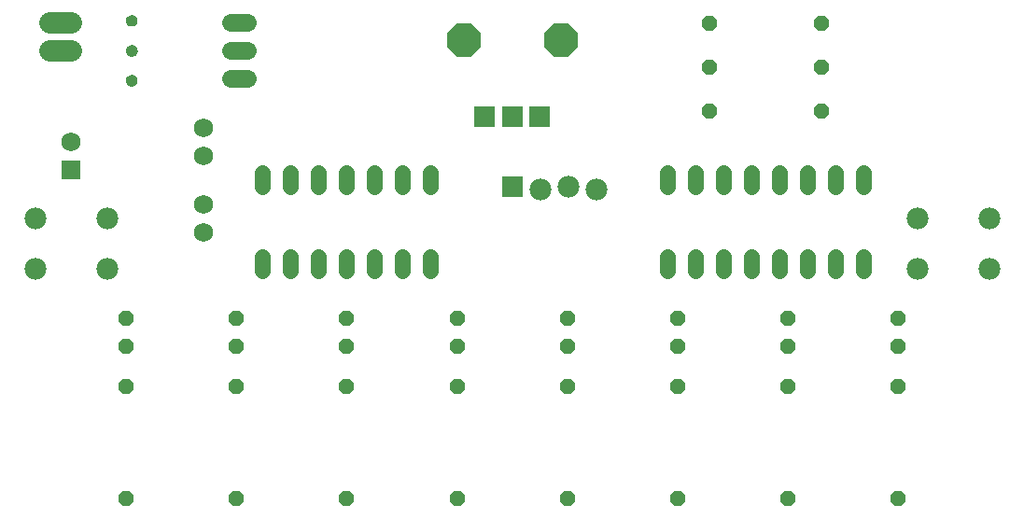
<source format=gts>
G75*
G70*
%OFA0B0*%
%FSLAX24Y24*%
%IPPOS*%
%LPD*%
%AMOC8*
5,1,8,0,0,1.08239X$1,22.5*
%
%ADD10C,0.0560*%
%ADD11OC8,0.0560*%
%ADD12R,0.0780X0.0780*%
%ADD13OC8,0.1221*%
%ADD14C,0.0780*%
%ADD15C,0.0690*%
%ADD16C,0.0640*%
%ADD17C,0.0780*%
%ADD18C,0.0050*%
%ADD19R,0.0690X0.0690*%
D10*
X008909Y008970D02*
X008909Y009490D01*
X009909Y009490D02*
X009909Y008970D01*
X010909Y008970D02*
X010909Y009490D01*
X011909Y009490D02*
X011909Y008970D01*
X012909Y008970D02*
X012909Y009490D01*
X013909Y009490D02*
X013909Y008970D01*
X014909Y008970D02*
X014909Y009490D01*
X014909Y011970D02*
X014909Y012490D01*
X013909Y012490D02*
X013909Y011970D01*
X012909Y011970D02*
X012909Y012490D01*
X011909Y012490D02*
X011909Y011970D01*
X010909Y011970D02*
X010909Y012490D01*
X009909Y012490D02*
X009909Y011970D01*
X008909Y011970D02*
X008909Y012490D01*
X023372Y012490D02*
X023372Y011970D01*
X024372Y011970D02*
X024372Y012490D01*
X025372Y012490D02*
X025372Y011970D01*
X026372Y011970D02*
X026372Y012490D01*
X027372Y012490D02*
X027372Y011970D01*
X028372Y011970D02*
X028372Y012490D01*
X029372Y012490D02*
X029372Y011970D01*
X030372Y011970D02*
X030372Y012490D01*
X030372Y009490D02*
X030372Y008970D01*
X029372Y008970D02*
X029372Y009490D01*
X028372Y009490D02*
X028372Y008970D01*
X027372Y008970D02*
X027372Y009490D01*
X026372Y009490D02*
X026372Y008970D01*
X025372Y008970D02*
X025372Y009490D01*
X024372Y009490D02*
X024372Y008970D01*
X023372Y008970D02*
X023372Y009490D01*
D11*
X004037Y000856D03*
X007974Y000856D03*
X011911Y000856D03*
X015848Y000856D03*
X019785Y000856D03*
X023722Y000856D03*
X027659Y000856D03*
X031596Y000856D03*
X031596Y004856D03*
X031596Y006293D03*
X031596Y007293D03*
X027659Y007293D03*
X027659Y006293D03*
X027659Y004856D03*
X023722Y004856D03*
X023722Y006293D03*
X023722Y007293D03*
X019785Y007293D03*
X019785Y006293D03*
X019785Y004856D03*
X015848Y004856D03*
X015848Y006293D03*
X015848Y007293D03*
X011911Y007293D03*
X011911Y006293D03*
X011911Y004856D03*
X007974Y004856D03*
X007974Y006293D03*
X007974Y007293D03*
X004037Y007293D03*
X004037Y006293D03*
X004037Y004856D03*
X024872Y014667D03*
X024872Y016242D03*
X024872Y017817D03*
X028872Y017817D03*
X028872Y016242D03*
X028872Y014667D03*
D12*
X018801Y014470D03*
X017817Y014470D03*
X016832Y014470D03*
X017817Y011961D03*
D13*
X019549Y017226D03*
X016084Y017226D03*
D14*
X019817Y011961D03*
X020817Y011861D03*
X018817Y011861D03*
X032285Y010833D03*
X034845Y010833D03*
X034845Y009053D03*
X032285Y009053D03*
X003349Y009053D03*
X000789Y009053D03*
X000789Y010833D03*
X003349Y010833D03*
D15*
X006793Y010336D03*
X006793Y011336D03*
X006793Y013076D03*
X006793Y014076D03*
X002069Y013592D03*
D16*
X007749Y015832D02*
X008349Y015832D01*
X008349Y016832D02*
X007749Y016832D01*
X007749Y017832D02*
X008349Y017832D01*
D17*
X002045Y017832D02*
X001305Y017832D01*
X001305Y016832D02*
X002045Y016832D01*
D18*
X004063Y016823D02*
X004066Y016863D01*
X004079Y016902D01*
X004099Y016936D01*
X004127Y016965D01*
X004160Y016988D01*
X004198Y017002D01*
X004238Y017007D01*
X004277Y017002D01*
X004314Y016988D01*
X004348Y016967D01*
X004375Y016938D01*
X004396Y016904D01*
X004408Y016867D01*
X004412Y016827D01*
X004407Y016789D01*
X004394Y016753D01*
X004373Y016720D01*
X004346Y016693D01*
X004313Y016673D01*
X004276Y016660D01*
X004238Y016656D01*
X004200Y016660D01*
X004163Y016671D01*
X004130Y016691D01*
X004103Y016718D01*
X004082Y016749D01*
X004068Y016785D01*
X004063Y016823D01*
X004064Y016833D02*
X004411Y016833D01*
X004403Y016881D02*
X004072Y016881D01*
X004095Y016930D02*
X004380Y016930D01*
X004330Y016978D02*
X004146Y016978D01*
X004069Y016784D02*
X004405Y016784D01*
X004383Y016736D02*
X004091Y016736D01*
X004137Y016687D02*
X004336Y016687D01*
X004235Y015937D02*
X004274Y015932D01*
X004311Y015918D01*
X004345Y015897D01*
X004372Y015868D01*
X004393Y015834D01*
X004405Y015797D01*
X004409Y015757D01*
X004404Y015719D01*
X004391Y015683D01*
X004370Y015650D01*
X004343Y015623D01*
X004310Y015603D01*
X004273Y015590D01*
X004235Y015586D01*
X004197Y015590D01*
X004160Y015601D01*
X004127Y015621D01*
X004100Y015648D01*
X004079Y015680D01*
X004065Y015715D01*
X004060Y015753D01*
X004063Y015793D01*
X004076Y015832D01*
X004096Y015866D01*
X004124Y015895D01*
X004157Y015918D01*
X004195Y015932D01*
X004235Y015937D01*
X004148Y015911D02*
X004323Y015911D01*
X004376Y015863D02*
X004094Y015863D01*
X004070Y015814D02*
X004399Y015814D01*
X004408Y015766D02*
X004061Y015766D01*
X004065Y015717D02*
X004404Y015717D01*
X004382Y015669D02*
X004086Y015669D01*
X004129Y015620D02*
X004338Y015620D01*
X004234Y017728D02*
X004272Y017732D01*
X004309Y017745D01*
X004342Y017765D01*
X004369Y017792D01*
X004390Y017825D01*
X004403Y017861D01*
X004408Y017899D01*
X004404Y017939D01*
X004392Y017976D01*
X004371Y018010D01*
X004344Y018039D01*
X004310Y018060D01*
X004273Y018074D01*
X004234Y018079D01*
X004194Y018074D01*
X004156Y018060D01*
X004123Y018037D01*
X004095Y018008D01*
X004075Y017974D01*
X004062Y017935D01*
X004059Y017895D01*
X004064Y017857D01*
X004078Y017821D01*
X004099Y017790D01*
X004126Y017763D01*
X004159Y017743D01*
X004196Y017732D01*
X004234Y017728D01*
X004324Y017754D02*
X004141Y017754D01*
X004090Y017803D02*
X004376Y017803D01*
X004400Y017851D02*
X004066Y017851D01*
X004059Y017900D02*
X004408Y017900D01*
X004401Y017948D02*
X004066Y017948D01*
X004088Y017997D02*
X004379Y017997D01*
X004334Y018045D02*
X004135Y018045D01*
D19*
X002069Y012592D03*
M02*

</source>
